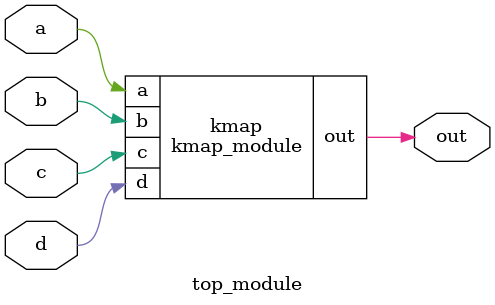
<source format=sv>
module kmap_module (
	input a,
	input b,
	input c,
	input d,
	output out
);
 
	assign out = (a & ~b & ~c & ~d) | (a & ~b & c & ~d) | (~a & ~b & c & ~d) | (a & b & ~c & d) | (a & b & c & d) | (~a & b & c & ~d) | (a & ~b & c & d) | (~a & b & ~c & d);
 
endmodule
module top_module (
	input a, 
	input b,
	input c,
	input d,
	output out
);
 
	// instantiate the kmap module
	kmap_module kmap (
		.a(a),
		.b(b),
		.c(c),
		.d(d),
		.out(out)
	);
 
endmodule

</source>
